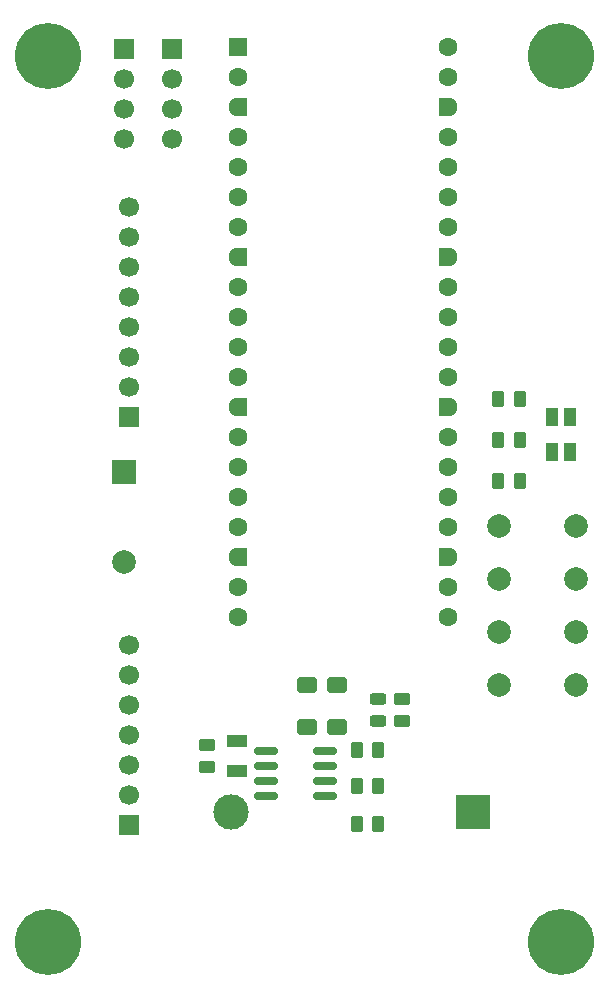
<source format=gbr>
%TF.GenerationSoftware,KiCad,Pcbnew,9.0.1*%
%TF.CreationDate,2025-06-21T17:44:42+02:00*%
%TF.ProjectId,PicoLogger_Small,5069636f-4c6f-4676-9765-725f536d616c,rev?*%
%TF.SameCoordinates,Original*%
%TF.FileFunction,Soldermask,Top*%
%TF.FilePolarity,Negative*%
%FSLAX46Y46*%
G04 Gerber Fmt 4.6, Leading zero omitted, Abs format (unit mm)*
G04 Created by KiCad (PCBNEW 9.0.1) date 2025-06-21 17:44:42*
%MOMM*%
%LPD*%
G01*
G04 APERTURE LIST*
G04 Aperture macros list*
%AMRoundRect*
0 Rectangle with rounded corners*
0 $1 Rounding radius*
0 $2 $3 $4 $5 $6 $7 $8 $9 X,Y pos of 4 corners*
0 Add a 4 corners polygon primitive as box body*
4,1,4,$2,$3,$4,$5,$6,$7,$8,$9,$2,$3,0*
0 Add four circle primitives for the rounded corners*
1,1,$1+$1,$2,$3*
1,1,$1+$1,$4,$5*
1,1,$1+$1,$6,$7*
1,1,$1+$1,$8,$9*
0 Add four rect primitives between the rounded corners*
20,1,$1+$1,$2,$3,$4,$5,0*
20,1,$1+$1,$4,$5,$6,$7,0*
20,1,$1+$1,$6,$7,$8,$9,0*
20,1,$1+$1,$8,$9,$2,$3,0*%
%AMFreePoly0*
4,1,37,0.603843,0.796157,0.639018,0.796157,0.711114,0.766294,0.766294,0.711114,0.796157,0.639018,0.796157,0.603843,0.800000,0.600000,0.800000,-0.600000,0.796157,-0.603843,0.796157,-0.639018,0.766294,-0.711114,0.711114,-0.766294,0.639018,-0.796157,0.603843,-0.796157,0.600000,-0.800000,0.000000,-0.800000,0.000000,-0.796148,-0.078414,-0.796148,-0.232228,-0.765552,-0.377117,-0.705537,
-0.507515,-0.618408,-0.618408,-0.507515,-0.705537,-0.377117,-0.765552,-0.232228,-0.796148,-0.078414,-0.796148,0.078414,-0.765552,0.232228,-0.705537,0.377117,-0.618408,0.507515,-0.507515,0.618408,-0.377117,0.705537,-0.232228,0.765552,-0.078414,0.796148,0.000000,0.796148,0.000000,0.800000,0.600000,0.800000,0.603843,0.796157,0.603843,0.796157,$1*%
%AMFreePoly1*
4,1,37,0.000000,0.796148,0.078414,0.796148,0.232228,0.765552,0.377117,0.705537,0.507515,0.618408,0.618408,0.507515,0.705537,0.377117,0.765552,0.232228,0.796148,0.078414,0.796148,-0.078414,0.765552,-0.232228,0.705537,-0.377117,0.618408,-0.507515,0.507515,-0.618408,0.377117,-0.705537,0.232228,-0.765552,0.078414,-0.796148,0.000000,-0.796148,0.000000,-0.800000,-0.600000,-0.800000,
-0.603843,-0.796157,-0.639018,-0.796157,-0.711114,-0.766294,-0.766294,-0.711114,-0.796157,-0.639018,-0.796157,-0.603843,-0.800000,-0.600000,-0.800000,0.600000,-0.796157,0.603843,-0.796157,0.639018,-0.766294,0.711114,-0.711114,0.766294,-0.639018,0.796157,-0.603843,0.796157,-0.600000,0.800000,0.000000,0.800000,0.000000,0.796148,0.000000,0.796148,$1*%
G04 Aperture macros list end*
%ADD10R,1.700000X1.700000*%
%ADD11C,1.700000*%
%ADD12C,2.000000*%
%ADD13RoundRect,0.250000X0.262500X0.450000X-0.262500X0.450000X-0.262500X-0.450000X0.262500X-0.450000X0*%
%ADD14R,1.800000X1.000000*%
%ADD15R,1.100000X1.500000*%
%ADD16RoundRect,0.250000X-0.450000X0.262500X-0.450000X-0.262500X0.450000X-0.262500X0.450000X0.262500X0*%
%ADD17R,2.000000X2.000000*%
%ADD18RoundRect,0.250000X0.450000X-0.262500X0.450000X0.262500X-0.450000X0.262500X-0.450000X-0.262500X0*%
%ADD19C,5.600000*%
%ADD20RoundRect,0.250000X0.600000X-0.400000X0.600000X0.400000X-0.600000X0.400000X-0.600000X-0.400000X0*%
%ADD21RoundRect,0.243750X0.456250X-0.243750X0.456250X0.243750X-0.456250X0.243750X-0.456250X-0.243750X0*%
%ADD22RoundRect,0.200000X-0.600000X-0.600000X0.600000X-0.600000X0.600000X0.600000X-0.600000X0.600000X0*%
%ADD23C,1.600000*%
%ADD24FreePoly0,0.000000*%
%ADD25FreePoly1,0.000000*%
%ADD26RoundRect,0.150000X-0.825000X-0.150000X0.825000X-0.150000X0.825000X0.150000X-0.825000X0.150000X0*%
%ADD27R,3.000000X3.000000*%
%ADD28C,3.000000*%
G04 APERTURE END LIST*
D10*
%TO.C,J4*%
X145385000Y-104080000D03*
D11*
X145385000Y-101540000D03*
X145385000Y-99000000D03*
X145385000Y-96460000D03*
X145385000Y-93920000D03*
X145385000Y-91380000D03*
X145385000Y-88840000D03*
%TD*%
D12*
%TO.C,SW1*%
X176750000Y-78750000D03*
X183250000Y-78750000D03*
X176750000Y-83250000D03*
X183250000Y-83250000D03*
%TD*%
D13*
%TO.C,R5*%
X166500000Y-100750000D03*
X164675000Y-100750000D03*
%TD*%
D14*
%TO.C,Y1*%
X154500000Y-99500000D03*
X154500000Y-97000000D03*
%TD*%
D15*
%TO.C,D1*%
X182750000Y-69500000D03*
X182750000Y-72500000D03*
X181250000Y-72500000D03*
X181250000Y-69500000D03*
%TD*%
D16*
%TO.C,R7*%
X168500000Y-93425000D03*
X168500000Y-95250000D03*
%TD*%
D13*
%TO.C,R4*%
X166500000Y-104000000D03*
X164675000Y-104000000D03*
%TD*%
D17*
%TO.C,BZ1*%
X145000000Y-74200000D03*
D12*
X145000000Y-81800000D03*
%TD*%
D18*
%TO.C,R8*%
X152000000Y-99162500D03*
X152000000Y-97337500D03*
%TD*%
D12*
%TO.C,SW2*%
X176750000Y-87750000D03*
X183250000Y-87750000D03*
X176750000Y-92250000D03*
X183250000Y-92250000D03*
%TD*%
D19*
%TO.C,H4*%
X182000000Y-114000000D03*
%TD*%
D13*
%TO.C,R2*%
X178500000Y-71500000D03*
X176675000Y-71500000D03*
%TD*%
D19*
%TO.C,H1*%
X182000000Y-39000000D03*
%TD*%
D20*
%TO.C,D4*%
X163000000Y-95750000D03*
X163000000Y-92250000D03*
%TD*%
D13*
%TO.C,R3*%
X178500000Y-75000000D03*
X176675000Y-75000000D03*
%TD*%
D10*
%TO.C,J1*%
X149000000Y-38420000D03*
D11*
X149000000Y-40960000D03*
X149000000Y-43500000D03*
X149000000Y-46040000D03*
%TD*%
D20*
%TO.C,D3*%
X160500000Y-95750000D03*
X160500000Y-92250000D03*
%TD*%
D21*
%TO.C,D2*%
X166500000Y-95250000D03*
X166500000Y-93375000D03*
%TD*%
D10*
%TO.C,J2*%
X145000000Y-38420000D03*
D11*
X145000000Y-40960000D03*
X145000000Y-43500000D03*
X145000000Y-46040000D03*
%TD*%
D19*
%TO.C,H3*%
X138500000Y-114000000D03*
%TD*%
%TO.C,H2*%
X138500000Y-39000000D03*
%TD*%
D13*
%TO.C,R1*%
X178500000Y-68000000D03*
X176675000Y-68000000D03*
%TD*%
%TO.C,R6*%
X166500000Y-97750000D03*
X164675000Y-97750000D03*
%TD*%
D22*
%TO.C,A1*%
X154610000Y-38245000D03*
D23*
X154610000Y-40785000D03*
D24*
X154610000Y-43325000D03*
D23*
X154610000Y-45865000D03*
X154610000Y-48405000D03*
X154610000Y-50945000D03*
X154610000Y-53485000D03*
D24*
X154610000Y-56025000D03*
D23*
X154610000Y-58565000D03*
X154610000Y-61105000D03*
X154610000Y-63645000D03*
X154610000Y-66185000D03*
D24*
X154610000Y-68725000D03*
D23*
X154610000Y-71265000D03*
X154610000Y-73805000D03*
X154610000Y-76345000D03*
X154610000Y-78885000D03*
D24*
X154610000Y-81425000D03*
D23*
X154610000Y-83965000D03*
X154610000Y-86505000D03*
X172390000Y-86505000D03*
X172390000Y-83965000D03*
D25*
X172390000Y-81425000D03*
D23*
X172390000Y-78885000D03*
X172390000Y-76345000D03*
X172390000Y-73805000D03*
X172390000Y-71265000D03*
D25*
X172390000Y-68725000D03*
D23*
X172390000Y-66185000D03*
X172390000Y-63645000D03*
X172390000Y-61105000D03*
X172390000Y-58565000D03*
D25*
X172390000Y-56025000D03*
D23*
X172390000Y-53485000D03*
X172390000Y-50945000D03*
X172390000Y-48405000D03*
X172390000Y-45865000D03*
D25*
X172390000Y-43325000D03*
D23*
X172390000Y-40785000D03*
X172390000Y-38245000D03*
%TD*%
D10*
%TO.C,J3*%
X145385000Y-69500000D03*
D11*
X145385000Y-66960000D03*
X145385000Y-64420000D03*
X145385000Y-61880000D03*
X145385000Y-59340000D03*
X145385000Y-56800000D03*
X145385000Y-54260000D03*
X145385000Y-51720000D03*
%TD*%
D26*
%TO.C,U1*%
X157025000Y-97845000D03*
X157025000Y-99115000D03*
X157025000Y-100385000D03*
X157025000Y-101655000D03*
X161975000Y-101655000D03*
X161975000Y-100385000D03*
X161975000Y-99115000D03*
X161975000Y-97845000D03*
%TD*%
D27*
%TO.C,BT1*%
X174490000Y-103000000D03*
D28*
X154000000Y-103000000D03*
%TD*%
M02*

</source>
